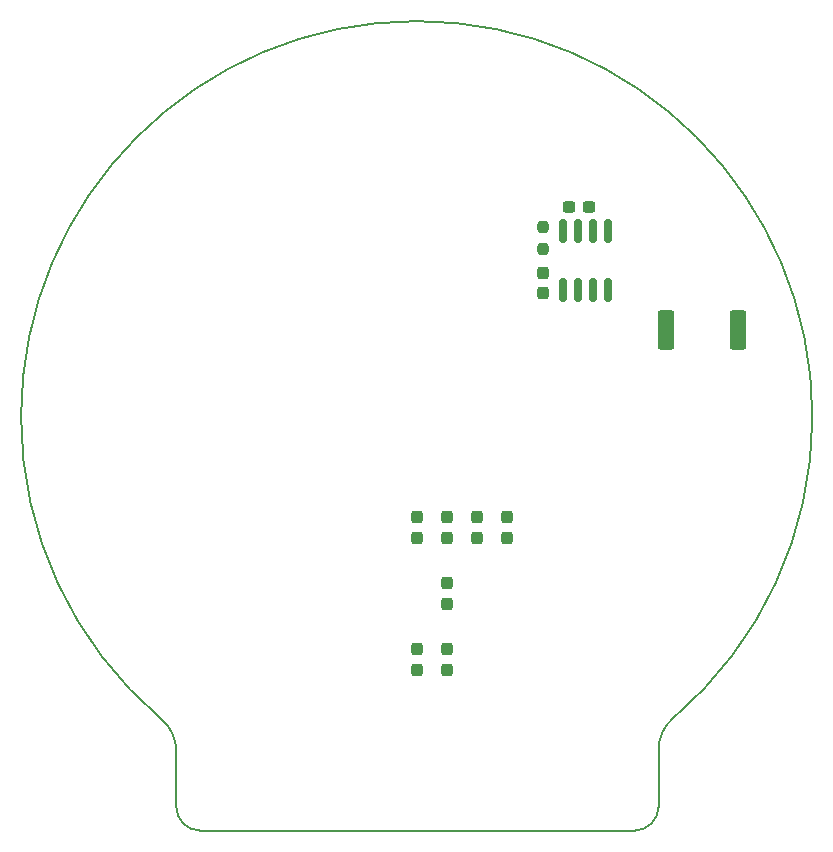
<source format=gbr>
%TF.GenerationSoftware,KiCad,Pcbnew,7.0.6*%
%TF.CreationDate,2024-03-18T21:18:52+03:00*%
%TF.ProjectId,_____ ________,1f3b3042-3020-4343-9042-47383a3e322e,rev?*%
%TF.SameCoordinates,Original*%
%TF.FileFunction,Paste,Bot*%
%TF.FilePolarity,Positive*%
%FSLAX46Y46*%
G04 Gerber Fmt 4.6, Leading zero omitted, Abs format (unit mm)*
G04 Created by KiCad (PCBNEW 7.0.6) date 2024-03-18 21:18:52*
%MOMM*%
%LPD*%
G01*
G04 APERTURE LIST*
G04 Aperture macros list*
%AMRoundRect*
0 Rectangle with rounded corners*
0 $1 Rounding radius*
0 $2 $3 $4 $5 $6 $7 $8 $9 X,Y pos of 4 corners*
0 Add a 4 corners polygon primitive as box body*
4,1,4,$2,$3,$4,$5,$6,$7,$8,$9,$2,$3,0*
0 Add four circle primitives for the rounded corners*
1,1,$1+$1,$2,$3*
1,1,$1+$1,$4,$5*
1,1,$1+$1,$6,$7*
1,1,$1+$1,$8,$9*
0 Add four rect primitives between the rounded corners*
20,1,$1+$1,$2,$3,$4,$5,0*
20,1,$1+$1,$4,$5,$6,$7,0*
20,1,$1+$1,$6,$7,$8,$9,0*
20,1,$1+$1,$8,$9,$2,$3,0*%
G04 Aperture macros list end*
%ADD10RoundRect,0.237500X0.237500X-0.300000X0.237500X0.300000X-0.237500X0.300000X-0.237500X-0.300000X0*%
%ADD11RoundRect,0.237500X-0.237500X0.300000X-0.237500X-0.300000X0.237500X-0.300000X0.237500X0.300000X0*%
%ADD12RoundRect,0.237500X0.237500X-0.250000X0.237500X0.250000X-0.237500X0.250000X-0.237500X-0.250000X0*%
%ADD13RoundRect,0.150000X0.150000X-0.825000X0.150000X0.825000X-0.150000X0.825000X-0.150000X-0.825000X0*%
%ADD14RoundRect,0.249999X-0.450001X-1.425001X0.450001X-1.425001X0.450001X1.425001X-0.450001X1.425001X0*%
%ADD15RoundRect,0.237500X-0.300000X-0.237500X0.300000X-0.237500X0.300000X0.237500X-0.300000X0.237500X0*%
%TA.AperFunction,Profile*%
%ADD16C,0.200000*%
%TD*%
G04 APERTURE END LIST*
D10*
%TO.C,C10*%
X156972000Y-93572500D03*
X156972000Y-91847500D03*
%TD*%
D11*
%TO.C,C13*%
X151892000Y-91847500D03*
X151892000Y-93572500D03*
%TD*%
D10*
%TO.C,C17*%
X151892000Y-104748500D03*
X151892000Y-103023500D03*
%TD*%
D12*
%TO.C,R3*%
X162560000Y-69111500D03*
X162560000Y-67286500D03*
%TD*%
D11*
%TO.C,C14*%
X154432000Y-103023500D03*
X154432000Y-104748500D03*
%TD*%
%TO.C,C16*%
X162560000Y-71146500D03*
X162560000Y-72871500D03*
%TD*%
%TO.C,C11*%
X159512000Y-91847500D03*
X159512000Y-93572500D03*
%TD*%
D13*
%TO.C,U1*%
X168021000Y-72579000D03*
X166751000Y-72579000D03*
X165481000Y-72579000D03*
X164211000Y-72579000D03*
X164211000Y-67629000D03*
X165481000Y-67629000D03*
X166751000Y-67629000D03*
X168021000Y-67629000D03*
%TD*%
D11*
%TO.C,C18*%
X154432000Y-97435500D03*
X154432000Y-99160500D03*
%TD*%
D14*
%TO.C,R4*%
X172972000Y-75946000D03*
X179072000Y-75946000D03*
%TD*%
D15*
%TO.C,C15*%
X164745500Y-65532000D03*
X166470500Y-65532000D03*
%TD*%
D10*
%TO.C,C12*%
X154432000Y-93572500D03*
X154432000Y-91847500D03*
%TD*%
D16*
X131487619Y-111618347D02*
X131487619Y-116332000D01*
X172325073Y-111516254D02*
X172325073Y-116332000D01*
X131487653Y-111618347D02*
G75*
G03*
X130245370Y-108940051I-3505153J1447D01*
G01*
X131487598Y-116332000D02*
G75*
G03*
X133519619Y-118364002I2032002J0D01*
G01*
X170293071Y-118364000D02*
X133519619Y-118364002D01*
X170293071Y-118363973D02*
G75*
G03*
X172325073Y-116332000I29J2031973D01*
G01*
X173557146Y-108850261D02*
G75*
G03*
X172325073Y-111516254I2268654J-2666139D01*
G01*
X173557135Y-108850249D02*
G75*
G03*
X185348262Y-83336046I-21708895J25514219D01*
G01*
X185348262Y-83336046D02*
G75*
G03*
X118348262Y-83336046I-33500000J0D01*
G01*
X118348265Y-83336046D02*
G75*
G03*
X130245370Y-108940051I33499975J-14D01*
G01*
M02*

</source>
